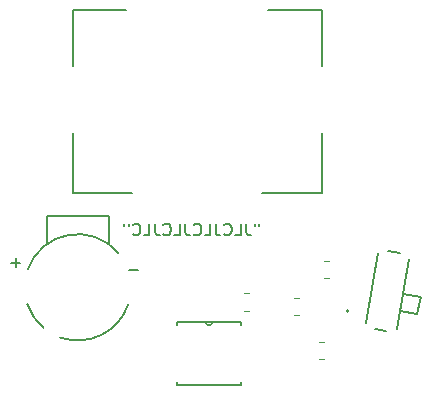
<source format=gbr>
%TF.GenerationSoftware,KiCad,Pcbnew,7.0.10*%
%TF.CreationDate,2024-01-29T00:00:28+02:00*%
%TF.ProjectId,RamenTimer_ki7,52616d65-6e54-4696-9d65-725f6b69372e,rev?*%
%TF.SameCoordinates,Original*%
%TF.FileFunction,Legend,Top*%
%TF.FilePolarity,Positive*%
%FSLAX46Y46*%
G04 Gerber Fmt 4.6, Leading zero omitted, Abs format (unit mm)*
G04 Created by KiCad (PCBNEW 7.0.10) date 2024-01-29 00:00:28*
%MOMM*%
%LPD*%
G01*
G04 APERTURE LIST*
%ADD10C,0.150000*%
%ADD11C,0.127000*%
%ADD12C,0.152400*%
%ADD13C,0.200000*%
%ADD14C,0.120000*%
G04 APERTURE END LIST*
D10*
X158970839Y-101669819D02*
X158970839Y-101860295D01*
X158589887Y-101669819D02*
X158589887Y-101860295D01*
X157875601Y-101669819D02*
X157875601Y-102384104D01*
X157875601Y-102384104D02*
X157923220Y-102526961D01*
X157923220Y-102526961D02*
X158018458Y-102622200D01*
X158018458Y-102622200D02*
X158161315Y-102669819D01*
X158161315Y-102669819D02*
X158256553Y-102669819D01*
X156923220Y-102669819D02*
X157399410Y-102669819D01*
X157399410Y-102669819D02*
X157399410Y-101669819D01*
X156018458Y-102574580D02*
X156066077Y-102622200D01*
X156066077Y-102622200D02*
X156208934Y-102669819D01*
X156208934Y-102669819D02*
X156304172Y-102669819D01*
X156304172Y-102669819D02*
X156447029Y-102622200D01*
X156447029Y-102622200D02*
X156542267Y-102526961D01*
X156542267Y-102526961D02*
X156589886Y-102431723D01*
X156589886Y-102431723D02*
X156637505Y-102241247D01*
X156637505Y-102241247D02*
X156637505Y-102098390D01*
X156637505Y-102098390D02*
X156589886Y-101907914D01*
X156589886Y-101907914D02*
X156542267Y-101812676D01*
X156542267Y-101812676D02*
X156447029Y-101717438D01*
X156447029Y-101717438D02*
X156304172Y-101669819D01*
X156304172Y-101669819D02*
X156208934Y-101669819D01*
X156208934Y-101669819D02*
X156066077Y-101717438D01*
X156066077Y-101717438D02*
X156018458Y-101765057D01*
X155304172Y-101669819D02*
X155304172Y-102384104D01*
X155304172Y-102384104D02*
X155351791Y-102526961D01*
X155351791Y-102526961D02*
X155447029Y-102622200D01*
X155447029Y-102622200D02*
X155589886Y-102669819D01*
X155589886Y-102669819D02*
X155685124Y-102669819D01*
X154351791Y-102669819D02*
X154827981Y-102669819D01*
X154827981Y-102669819D02*
X154827981Y-101669819D01*
X153447029Y-102574580D02*
X153494648Y-102622200D01*
X153494648Y-102622200D02*
X153637505Y-102669819D01*
X153637505Y-102669819D02*
X153732743Y-102669819D01*
X153732743Y-102669819D02*
X153875600Y-102622200D01*
X153875600Y-102622200D02*
X153970838Y-102526961D01*
X153970838Y-102526961D02*
X154018457Y-102431723D01*
X154018457Y-102431723D02*
X154066076Y-102241247D01*
X154066076Y-102241247D02*
X154066076Y-102098390D01*
X154066076Y-102098390D02*
X154018457Y-101907914D01*
X154018457Y-101907914D02*
X153970838Y-101812676D01*
X153970838Y-101812676D02*
X153875600Y-101717438D01*
X153875600Y-101717438D02*
X153732743Y-101669819D01*
X153732743Y-101669819D02*
X153637505Y-101669819D01*
X153637505Y-101669819D02*
X153494648Y-101717438D01*
X153494648Y-101717438D02*
X153447029Y-101765057D01*
X152732743Y-101669819D02*
X152732743Y-102384104D01*
X152732743Y-102384104D02*
X152780362Y-102526961D01*
X152780362Y-102526961D02*
X152875600Y-102622200D01*
X152875600Y-102622200D02*
X153018457Y-102669819D01*
X153018457Y-102669819D02*
X153113695Y-102669819D01*
X151780362Y-102669819D02*
X152256552Y-102669819D01*
X152256552Y-102669819D02*
X152256552Y-101669819D01*
X150875600Y-102574580D02*
X150923219Y-102622200D01*
X150923219Y-102622200D02*
X151066076Y-102669819D01*
X151066076Y-102669819D02*
X151161314Y-102669819D01*
X151161314Y-102669819D02*
X151304171Y-102622200D01*
X151304171Y-102622200D02*
X151399409Y-102526961D01*
X151399409Y-102526961D02*
X151447028Y-102431723D01*
X151447028Y-102431723D02*
X151494647Y-102241247D01*
X151494647Y-102241247D02*
X151494647Y-102098390D01*
X151494647Y-102098390D02*
X151447028Y-101907914D01*
X151447028Y-101907914D02*
X151399409Y-101812676D01*
X151399409Y-101812676D02*
X151304171Y-101717438D01*
X151304171Y-101717438D02*
X151161314Y-101669819D01*
X151161314Y-101669819D02*
X151066076Y-101669819D01*
X151066076Y-101669819D02*
X150923219Y-101717438D01*
X150923219Y-101717438D02*
X150875600Y-101765057D01*
X150161314Y-101669819D02*
X150161314Y-102384104D01*
X150161314Y-102384104D02*
X150208933Y-102526961D01*
X150208933Y-102526961D02*
X150304171Y-102622200D01*
X150304171Y-102622200D02*
X150447028Y-102669819D01*
X150447028Y-102669819D02*
X150542266Y-102669819D01*
X149208933Y-102669819D02*
X149685123Y-102669819D01*
X149685123Y-102669819D02*
X149685123Y-101669819D01*
X148304171Y-102574580D02*
X148351790Y-102622200D01*
X148351790Y-102622200D02*
X148494647Y-102669819D01*
X148494647Y-102669819D02*
X148589885Y-102669819D01*
X148589885Y-102669819D02*
X148732742Y-102622200D01*
X148732742Y-102622200D02*
X148827980Y-102526961D01*
X148827980Y-102526961D02*
X148875599Y-102431723D01*
X148875599Y-102431723D02*
X148923218Y-102241247D01*
X148923218Y-102241247D02*
X148923218Y-102098390D01*
X148923218Y-102098390D02*
X148875599Y-101907914D01*
X148875599Y-101907914D02*
X148827980Y-101812676D01*
X148827980Y-101812676D02*
X148732742Y-101717438D01*
X148732742Y-101717438D02*
X148589885Y-101669819D01*
X148589885Y-101669819D02*
X148494647Y-101669819D01*
X148494647Y-101669819D02*
X148351790Y-101717438D01*
X148351790Y-101717438D02*
X148304171Y-101765057D01*
X147923218Y-101669819D02*
X147923218Y-101860295D01*
X147542266Y-101669819D02*
X147542266Y-101860295D01*
X147942331Y-105621277D02*
X148705250Y-105621277D01*
X137978760Y-105003928D02*
X138741241Y-105003928D01*
X138360000Y-105385169D02*
X138360000Y-104622688D01*
D11*
%TO.C,LS1*%
X139360001Y-108519331D02*
G75*
G03*
X140710001Y-110499330I4306277J1485871D01*
G01*
X142140000Y-111319330D02*
G75*
G03*
X147879999Y-108529331I1475000J4264999D01*
G01*
X146220000Y-101069331D02*
X146220000Y-103369331D01*
X141020000Y-101069331D02*
X146220000Y-101069331D01*
X141020000Y-101069331D02*
X141020000Y-103369331D01*
X147059999Y-104169332D02*
G75*
G03*
X139380001Y-105559331I-3442774J-2889740D01*
G01*
D12*
%TO.C,U1*%
X152036000Y-115058000D02*
X152036000Y-115312000D01*
X157420800Y-110232000D02*
X157420800Y-109978000D01*
X152036000Y-115312000D02*
X157420800Y-115312000D01*
X157420800Y-115312000D02*
X157420800Y-115058000D01*
X157420800Y-109978000D02*
X155033200Y-109978000D01*
X155033200Y-109978000D02*
X154423600Y-109978000D01*
X154423600Y-109978000D02*
X152036000Y-109978000D01*
X152036000Y-109978000D02*
X152036000Y-110232000D01*
X154423600Y-109978000D02*
G75*
G03*
X155033200Y-109978000I304800J0D01*
G01*
X154423600Y-109978000D02*
G75*
G03*
X155033200Y-109978000I304800J0D01*
G01*
D13*
%TO.C,SW1*%
X166536100Y-109078979D02*
G75*
G03*
X166336100Y-109078979I-100000J0D01*
G01*
X166336100Y-109078979D02*
G75*
G03*
X166536100Y-109078979I100000J0D01*
G01*
D11*
X170899490Y-109104425D02*
X172376702Y-109364897D01*
X172376702Y-109364897D02*
X172637174Y-107887685D01*
X172637174Y-107887685D02*
X171159962Y-107627213D01*
X168756347Y-110605070D02*
X169741154Y-110778718D01*
X167980037Y-110112786D02*
X169021926Y-104203940D01*
X170639018Y-110581636D02*
X171680907Y-104672790D01*
X169919790Y-104006858D02*
X170904597Y-104180506D01*
D14*
%TO.C,R4*%
X161922936Y-107945000D02*
X162377064Y-107945000D01*
X161922936Y-109415000D02*
X162377064Y-109415000D01*
%TO.C,R3*%
X164002936Y-111705000D02*
X164457064Y-111705000D01*
X164002936Y-113175000D02*
X164457064Y-113175000D01*
%TO.C,R2*%
X158107064Y-107575000D02*
X157652936Y-107575000D01*
X158107064Y-109045000D02*
X157652936Y-109045000D01*
%TO.C,R1*%
X164472936Y-104835000D02*
X164927064Y-104835000D01*
X164472936Y-106305000D02*
X164927064Y-106305000D01*
D11*
%TO.C,BT1*%
X143180000Y-88300000D02*
X143180000Y-83620000D01*
X143180000Y-83620000D02*
X147730000Y-83620000D01*
X159730000Y-83620000D02*
X164280000Y-83620000D01*
X164280000Y-83620000D02*
X164280000Y-88300000D01*
X143180000Y-94040000D02*
X143180000Y-99120000D01*
X143180000Y-99120000D02*
X148230000Y-99120000D01*
X159230000Y-99120000D02*
X164280000Y-99120000D01*
X164280000Y-99120000D02*
X164280000Y-94040000D01*
%TD*%
M02*

</source>
